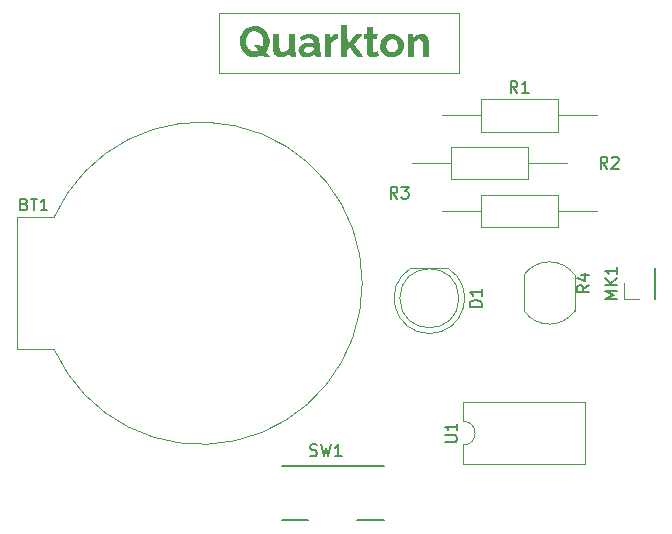
<source format=gbr>
%TF.GenerationSoftware,KiCad,Pcbnew,7.0.9*%
%TF.CreationDate,2025-05-13T13:00:26+05:30*%
%TF.ProjectId,Kicad Tutorial,4b696361-6420-4547-9574-6f7269616c2e,1*%
%TF.SameCoordinates,Original*%
%TF.FileFunction,Legend,Top*%
%TF.FilePolarity,Positive*%
%FSLAX46Y46*%
G04 Gerber Fmt 4.6, Leading zero omitted, Abs format (unit mm)*
G04 Created by KiCad (PCBNEW 7.0.9) date 2025-05-13 13:00:26*
%MOMM*%
%LPD*%
G01*
G04 APERTURE LIST*
%ADD10C,0.100000*%
%ADD11C,0.150000*%
%ADD12C,0.120000*%
G04 APERTURE END LIST*
D10*
X142240000Y-78740000D02*
X162560000Y-78740000D01*
X162560000Y-83820000D01*
X142240000Y-83820000D01*
X142240000Y-78740000D01*
D11*
X175093333Y-91894819D02*
X174760000Y-91418628D01*
X174521905Y-91894819D02*
X174521905Y-90894819D01*
X174521905Y-90894819D02*
X174902857Y-90894819D01*
X174902857Y-90894819D02*
X174998095Y-90942438D01*
X174998095Y-90942438D02*
X175045714Y-90990057D01*
X175045714Y-90990057D02*
X175093333Y-91085295D01*
X175093333Y-91085295D02*
X175093333Y-91228152D01*
X175093333Y-91228152D02*
X175045714Y-91323390D01*
X175045714Y-91323390D02*
X174998095Y-91371009D01*
X174998095Y-91371009D02*
X174902857Y-91418628D01*
X174902857Y-91418628D02*
X174521905Y-91418628D01*
X175474286Y-90990057D02*
X175521905Y-90942438D01*
X175521905Y-90942438D02*
X175617143Y-90894819D01*
X175617143Y-90894819D02*
X175855238Y-90894819D01*
X175855238Y-90894819D02*
X175950476Y-90942438D01*
X175950476Y-90942438D02*
X175998095Y-90990057D01*
X175998095Y-90990057D02*
X176045714Y-91085295D01*
X176045714Y-91085295D02*
X176045714Y-91180533D01*
X176045714Y-91180533D02*
X175998095Y-91323390D01*
X175998095Y-91323390D02*
X175426667Y-91894819D01*
X175426667Y-91894819D02*
X176045714Y-91894819D01*
X157313333Y-94434819D02*
X156980000Y-93958628D01*
X156741905Y-94434819D02*
X156741905Y-93434819D01*
X156741905Y-93434819D02*
X157122857Y-93434819D01*
X157122857Y-93434819D02*
X157218095Y-93482438D01*
X157218095Y-93482438D02*
X157265714Y-93530057D01*
X157265714Y-93530057D02*
X157313333Y-93625295D01*
X157313333Y-93625295D02*
X157313333Y-93768152D01*
X157313333Y-93768152D02*
X157265714Y-93863390D01*
X157265714Y-93863390D02*
X157218095Y-93911009D01*
X157218095Y-93911009D02*
X157122857Y-93958628D01*
X157122857Y-93958628D02*
X156741905Y-93958628D01*
X157646667Y-93434819D02*
X158265714Y-93434819D01*
X158265714Y-93434819D02*
X157932381Y-93815771D01*
X157932381Y-93815771D02*
X158075238Y-93815771D01*
X158075238Y-93815771D02*
X158170476Y-93863390D01*
X158170476Y-93863390D02*
X158218095Y-93911009D01*
X158218095Y-93911009D02*
X158265714Y-94006247D01*
X158265714Y-94006247D02*
X158265714Y-94244342D01*
X158265714Y-94244342D02*
X158218095Y-94339580D01*
X158218095Y-94339580D02*
X158170476Y-94387200D01*
X158170476Y-94387200D02*
X158075238Y-94434819D01*
X158075238Y-94434819D02*
X157789524Y-94434819D01*
X157789524Y-94434819D02*
X157694286Y-94387200D01*
X157694286Y-94387200D02*
X157646667Y-94339580D01*
X175924819Y-102909523D02*
X174924819Y-102909523D01*
X174924819Y-102909523D02*
X175639104Y-102576190D01*
X175639104Y-102576190D02*
X174924819Y-102242857D01*
X174924819Y-102242857D02*
X175924819Y-102242857D01*
X175924819Y-101766666D02*
X174924819Y-101766666D01*
X175924819Y-101195238D02*
X175353390Y-101623809D01*
X174924819Y-101195238D02*
X175496247Y-101766666D01*
X175924819Y-100242857D02*
X175924819Y-100814285D01*
X175924819Y-100528571D02*
X174924819Y-100528571D01*
X174924819Y-100528571D02*
X175067676Y-100623809D01*
X175067676Y-100623809D02*
X175162914Y-100719047D01*
X175162914Y-100719047D02*
X175210533Y-100814285D01*
X167473333Y-85474819D02*
X167140000Y-84998628D01*
X166901905Y-85474819D02*
X166901905Y-84474819D01*
X166901905Y-84474819D02*
X167282857Y-84474819D01*
X167282857Y-84474819D02*
X167378095Y-84522438D01*
X167378095Y-84522438D02*
X167425714Y-84570057D01*
X167425714Y-84570057D02*
X167473333Y-84665295D01*
X167473333Y-84665295D02*
X167473333Y-84808152D01*
X167473333Y-84808152D02*
X167425714Y-84903390D01*
X167425714Y-84903390D02*
X167378095Y-84951009D01*
X167378095Y-84951009D02*
X167282857Y-84998628D01*
X167282857Y-84998628D02*
X166901905Y-84998628D01*
X168425714Y-85474819D02*
X167854286Y-85474819D01*
X168140000Y-85474819D02*
X168140000Y-84474819D01*
X168140000Y-84474819D02*
X168044762Y-84617676D01*
X168044762Y-84617676D02*
X167949524Y-84712914D01*
X167949524Y-84712914D02*
X167854286Y-84760533D01*
X125725199Y-94911009D02*
X125868056Y-94958628D01*
X125868056Y-94958628D02*
X125915675Y-95006247D01*
X125915675Y-95006247D02*
X125963294Y-95101485D01*
X125963294Y-95101485D02*
X125963294Y-95244342D01*
X125963294Y-95244342D02*
X125915675Y-95339580D01*
X125915675Y-95339580D02*
X125868056Y-95387200D01*
X125868056Y-95387200D02*
X125772818Y-95434819D01*
X125772818Y-95434819D02*
X125391866Y-95434819D01*
X125391866Y-95434819D02*
X125391866Y-94434819D01*
X125391866Y-94434819D02*
X125725199Y-94434819D01*
X125725199Y-94434819D02*
X125820437Y-94482438D01*
X125820437Y-94482438D02*
X125868056Y-94530057D01*
X125868056Y-94530057D02*
X125915675Y-94625295D01*
X125915675Y-94625295D02*
X125915675Y-94720533D01*
X125915675Y-94720533D02*
X125868056Y-94815771D01*
X125868056Y-94815771D02*
X125820437Y-94863390D01*
X125820437Y-94863390D02*
X125725199Y-94911009D01*
X125725199Y-94911009D02*
X125391866Y-94911009D01*
X126249009Y-94434819D02*
X126820437Y-94434819D01*
X126534723Y-95434819D02*
X126534723Y-94434819D01*
X127677580Y-95434819D02*
X127106152Y-95434819D01*
X127391866Y-95434819D02*
X127391866Y-94434819D01*
X127391866Y-94434819D02*
X127296628Y-94577676D01*
X127296628Y-94577676D02*
X127201390Y-94672914D01*
X127201390Y-94672914D02*
X127106152Y-94720533D01*
X149926667Y-116187200D02*
X150069524Y-116234819D01*
X150069524Y-116234819D02*
X150307619Y-116234819D01*
X150307619Y-116234819D02*
X150402857Y-116187200D01*
X150402857Y-116187200D02*
X150450476Y-116139580D01*
X150450476Y-116139580D02*
X150498095Y-116044342D01*
X150498095Y-116044342D02*
X150498095Y-115949104D01*
X150498095Y-115949104D02*
X150450476Y-115853866D01*
X150450476Y-115853866D02*
X150402857Y-115806247D01*
X150402857Y-115806247D02*
X150307619Y-115758628D01*
X150307619Y-115758628D02*
X150117143Y-115711009D01*
X150117143Y-115711009D02*
X150021905Y-115663390D01*
X150021905Y-115663390D02*
X149974286Y-115615771D01*
X149974286Y-115615771D02*
X149926667Y-115520533D01*
X149926667Y-115520533D02*
X149926667Y-115425295D01*
X149926667Y-115425295D02*
X149974286Y-115330057D01*
X149974286Y-115330057D02*
X150021905Y-115282438D01*
X150021905Y-115282438D02*
X150117143Y-115234819D01*
X150117143Y-115234819D02*
X150355238Y-115234819D01*
X150355238Y-115234819D02*
X150498095Y-115282438D01*
X150831429Y-115234819D02*
X151069524Y-116234819D01*
X151069524Y-116234819D02*
X151260000Y-115520533D01*
X151260000Y-115520533D02*
X151450476Y-116234819D01*
X151450476Y-116234819D02*
X151688572Y-115234819D01*
X152593333Y-116234819D02*
X152021905Y-116234819D01*
X152307619Y-116234819D02*
X152307619Y-115234819D01*
X152307619Y-115234819D02*
X152212381Y-115377676D01*
X152212381Y-115377676D02*
X152117143Y-115472914D01*
X152117143Y-115472914D02*
X152021905Y-115520533D01*
X164434819Y-103608094D02*
X163434819Y-103608094D01*
X163434819Y-103608094D02*
X163434819Y-103369999D01*
X163434819Y-103369999D02*
X163482438Y-103227142D01*
X163482438Y-103227142D02*
X163577676Y-103131904D01*
X163577676Y-103131904D02*
X163672914Y-103084285D01*
X163672914Y-103084285D02*
X163863390Y-103036666D01*
X163863390Y-103036666D02*
X164006247Y-103036666D01*
X164006247Y-103036666D02*
X164196723Y-103084285D01*
X164196723Y-103084285D02*
X164291961Y-103131904D01*
X164291961Y-103131904D02*
X164387200Y-103227142D01*
X164387200Y-103227142D02*
X164434819Y-103369999D01*
X164434819Y-103369999D02*
X164434819Y-103608094D01*
X164434819Y-102084285D02*
X164434819Y-102655713D01*
X164434819Y-102369999D02*
X163434819Y-102369999D01*
X163434819Y-102369999D02*
X163577676Y-102465237D01*
X163577676Y-102465237D02*
X163672914Y-102560475D01*
X163672914Y-102560475D02*
X163720533Y-102655713D01*
X173534819Y-101766666D02*
X173058628Y-102099999D01*
X173534819Y-102338094D02*
X172534819Y-102338094D01*
X172534819Y-102338094D02*
X172534819Y-101957142D01*
X172534819Y-101957142D02*
X172582438Y-101861904D01*
X172582438Y-101861904D02*
X172630057Y-101814285D01*
X172630057Y-101814285D02*
X172725295Y-101766666D01*
X172725295Y-101766666D02*
X172868152Y-101766666D01*
X172868152Y-101766666D02*
X172963390Y-101814285D01*
X172963390Y-101814285D02*
X173011009Y-101861904D01*
X173011009Y-101861904D02*
X173058628Y-101957142D01*
X173058628Y-101957142D02*
X173058628Y-102338094D01*
X172868152Y-100909523D02*
X173534819Y-100909523D01*
X172487200Y-101147618D02*
X173201485Y-101385713D01*
X173201485Y-101385713D02*
X173201485Y-100766666D01*
X161345733Y-115051904D02*
X162155256Y-115051904D01*
X162155256Y-115051904D02*
X162250494Y-115004285D01*
X162250494Y-115004285D02*
X162298114Y-114956666D01*
X162298114Y-114956666D02*
X162345733Y-114861428D01*
X162345733Y-114861428D02*
X162345733Y-114670952D01*
X162345733Y-114670952D02*
X162298114Y-114575714D01*
X162298114Y-114575714D02*
X162250494Y-114528095D01*
X162250494Y-114528095D02*
X162155256Y-114480476D01*
X162155256Y-114480476D02*
X161345733Y-114480476D01*
X162345733Y-113480476D02*
X162345733Y-114051904D01*
X162345733Y-113766190D02*
X161345733Y-113766190D01*
X161345733Y-113766190D02*
X161488590Y-113861428D01*
X161488590Y-113861428D02*
X161583828Y-113956666D01*
X161583828Y-113956666D02*
X161631447Y-114051904D01*
%TO.C,*%
G36*
X147305444Y-81084728D02*
G01*
X147306631Y-81306295D01*
X147310718Y-81485055D01*
X147318494Y-81626676D01*
X147330749Y-81736824D01*
X147348271Y-81821166D01*
X147371852Y-81885369D01*
X147402278Y-81935101D01*
X147427945Y-81964209D01*
X147513433Y-82017681D01*
X147618693Y-82034716D01*
X147734314Y-82017643D01*
X147850886Y-81968788D01*
X147958998Y-81890478D01*
X148027173Y-81816047D01*
X148106017Y-81712905D01*
X148106017Y-81120426D01*
X148106017Y-80527947D01*
X148360745Y-80527947D01*
X148615473Y-80527947D01*
X148615473Y-81243051D01*
X148615473Y-81958156D01*
X148676122Y-81997895D01*
X148706720Y-82021767D01*
X148724847Y-82051880D01*
X148733728Y-82100497D01*
X148736589Y-82179880D01*
X148736772Y-82228460D01*
X148735933Y-82324112D01*
X148731267Y-82382071D01*
X148719543Y-82413159D01*
X148697533Y-82428197D01*
X148675238Y-82434730D01*
X148617669Y-82441398D01*
X148533162Y-82442511D01*
X148465424Y-82439448D01*
X148377244Y-82429877D01*
X148319508Y-82412113D01*
X148274147Y-82378830D01*
X148247970Y-82351304D01*
X148192750Y-82265775D01*
X148178796Y-82188515D01*
X148178796Y-82103145D01*
X148103633Y-82188751D01*
X148043997Y-82242053D01*
X147957590Y-82301983D01*
X147862309Y-82356224D01*
X147854970Y-82359885D01*
X147745086Y-82409160D01*
X147649010Y-82437891D01*
X147540937Y-82452865D01*
X147487392Y-82456592D01*
X147386977Y-82459476D01*
X147298541Y-82456897D01*
X147238793Y-82449441D01*
X147232508Y-82447670D01*
X147084381Y-82380121D01*
X146970629Y-82283814D01*
X146884285Y-82151989D01*
X146852370Y-82078907D01*
X146840002Y-82040585D01*
X146830026Y-81992465D01*
X146822088Y-81928761D01*
X146815832Y-81843685D01*
X146810904Y-81731449D01*
X146806948Y-81586266D01*
X146803609Y-81402348D01*
X146801477Y-81249675D01*
X146792193Y-80527947D01*
X147048819Y-80527947D01*
X147305444Y-80527947D01*
X147305444Y-81084728D01*
G37*
G36*
X150062807Y-80508811D02*
G01*
X150244196Y-80551577D01*
X150301919Y-80574140D01*
X150444133Y-80660311D01*
X150565888Y-80779044D01*
X150653556Y-80916935D01*
X150656031Y-80922371D01*
X150676368Y-80971579D01*
X150691658Y-81021454D01*
X150702901Y-81080446D01*
X150711097Y-81157007D01*
X150717248Y-81259587D01*
X150722353Y-81396636D01*
X150725646Y-81510468D01*
X150730214Y-81670668D01*
X150734551Y-81789126D01*
X150739594Y-81872608D01*
X150746281Y-81927878D01*
X150755548Y-81961700D01*
X150768332Y-81980839D01*
X150785568Y-81992060D01*
X150792789Y-81995352D01*
X150819894Y-82011241D01*
X150836179Y-82036943D01*
X150844358Y-82083496D01*
X150847149Y-82161940D01*
X150847373Y-82217159D01*
X150845909Y-82323060D01*
X150835767Y-82389585D01*
X150808325Y-82425881D01*
X150754959Y-82441090D01*
X150667046Y-82444360D01*
X150633116Y-82444379D01*
X150494961Y-82427756D01*
X150391940Y-82378273D01*
X150324547Y-82296204D01*
X150311740Y-82266352D01*
X150281205Y-82181910D01*
X150194328Y-82251369D01*
X150057232Y-82339560D01*
X149898973Y-82406764D01*
X149733126Y-82449524D01*
X149573264Y-82464379D01*
X149432962Y-82447873D01*
X149428176Y-82446575D01*
X149310827Y-82407657D01*
X149219777Y-82359934D01*
X149138324Y-82296768D01*
X149029659Y-82173126D01*
X148963486Y-82035762D01*
X148938381Y-81891581D01*
X148943505Y-81840799D01*
X149428642Y-81840799D01*
X149441612Y-81902583D01*
X149493174Y-81987134D01*
X149577882Y-82046526D01*
X149686321Y-82078900D01*
X149809079Y-82082394D01*
X149936742Y-82055151D01*
X150022856Y-82017411D01*
X150131432Y-81937908D01*
X150194810Y-81841618D01*
X150213767Y-81727264D01*
X150212566Y-81705186D01*
X150203012Y-81642224D01*
X150178502Y-81607960D01*
X150124362Y-81584875D01*
X150107450Y-81579687D01*
X150029024Y-81563501D01*
X149928036Y-81552146D01*
X149854316Y-81548722D01*
X149705968Y-81561433D01*
X149584747Y-81600837D01*
X149495132Y-81663094D01*
X149441604Y-81744361D01*
X149428642Y-81840799D01*
X148943505Y-81840799D01*
X148952919Y-81747487D01*
X149005675Y-81610384D01*
X149095224Y-81487174D01*
X149220140Y-81384763D01*
X149338977Y-81324643D01*
X149412076Y-81299202D01*
X149486303Y-81282763D01*
X149575471Y-81273481D01*
X149693394Y-81269511D01*
X149755683Y-81268980D01*
X149877324Y-81270212D01*
X149990185Y-81274410D01*
X150080050Y-81280873D01*
X150125645Y-81287164D01*
X150184711Y-81297564D01*
X150210321Y-81288424D01*
X150216452Y-81250424D01*
X150216581Y-81226515D01*
X150194273Y-81110998D01*
X150133648Y-81002842D01*
X150046800Y-80920644D01*
X149997758Y-80891704D01*
X149948250Y-80875490D01*
X149883252Y-80869386D01*
X149787737Y-80870773D01*
X149765533Y-80871641D01*
X149654868Y-80879227D01*
X149568542Y-80895223D01*
X149484067Y-80925559D01*
X149389506Y-80970797D01*
X149305225Y-81012661D01*
X149238194Y-81044347D01*
X149199541Y-81060652D01*
X149194956Y-81061771D01*
X149178306Y-81041448D01*
X149150295Y-80989899D01*
X149117298Y-80921060D01*
X149085691Y-80848864D01*
X149061852Y-80787247D01*
X149052155Y-80750145D01*
X149052149Y-80749665D01*
X149072878Y-80724790D01*
X149127396Y-80688484D01*
X149204198Y-80646712D01*
X149291782Y-80605443D01*
X149378642Y-80570643D01*
X149428176Y-80554624D01*
X149642868Y-80510068D01*
X149858388Y-80494886D01*
X150062807Y-80508811D01*
G37*
G36*
X155214136Y-80212569D02*
G01*
X155214136Y-80527947D01*
X155421364Y-80527947D01*
X155628593Y-80527947D01*
X155621508Y-80715960D01*
X155614422Y-80903973D01*
X155414279Y-80911020D01*
X155214136Y-80918066D01*
X155214136Y-81403383D01*
X155214279Y-81568295D01*
X155215220Y-81691725D01*
X155217730Y-81780711D01*
X155222576Y-81842290D01*
X155230529Y-81883501D01*
X155242357Y-81911380D01*
X155258830Y-81932966D01*
X155273682Y-81948247D01*
X155334620Y-81992121D01*
X155406143Y-82005303D01*
X155499930Y-81988747D01*
X155554507Y-81971145D01*
X155617310Y-81950569D01*
X155656856Y-81940622D01*
X155663104Y-81940820D01*
X155672668Y-81969105D01*
X155688613Y-82030055D01*
X155707509Y-82108817D01*
X155725926Y-82190539D01*
X155740433Y-82260369D01*
X155747600Y-82303454D01*
X155747851Y-82307735D01*
X155725231Y-82341289D01*
X155663919Y-82373793D01*
X155573738Y-82403433D01*
X155464508Y-82428399D01*
X155346052Y-82446879D01*
X155228191Y-82457061D01*
X155120747Y-82457134D01*
X155033543Y-82445287D01*
X155020944Y-82441807D01*
X154887885Y-82379263D01*
X154790117Y-82284343D01*
X154750905Y-82216402D01*
X154736657Y-82180495D01*
X154725709Y-82139015D01*
X154717630Y-82085355D01*
X154711989Y-82012903D01*
X154708355Y-81915050D01*
X154706294Y-81785185D01*
X154705377Y-81616699D01*
X154705213Y-81516533D01*
X154704680Y-80916103D01*
X154583381Y-80916103D01*
X154462082Y-80916103D01*
X154462082Y-80722025D01*
X154462082Y-80527947D01*
X154583381Y-80527947D01*
X154704680Y-80527947D01*
X154704680Y-80212569D01*
X154704680Y-79897192D01*
X154959408Y-79897192D01*
X155214136Y-79897192D01*
X155214136Y-80212569D01*
G37*
G36*
X157026495Y-80504916D02*
G01*
X157230567Y-80555753D01*
X157417949Y-80645805D01*
X157562387Y-80756134D01*
X157697148Y-80913705D01*
X157793270Y-81093307D01*
X157850628Y-81287523D01*
X157869093Y-81488935D01*
X157848538Y-81690128D01*
X157788837Y-81883684D01*
X157689863Y-82062187D01*
X157586870Y-82184648D01*
X157429859Y-82308572D01*
X157245391Y-82398359D01*
X157042538Y-82451806D01*
X156830373Y-82466710D01*
X156617966Y-82440867D01*
X156575222Y-82430338D01*
X156368369Y-82352032D01*
X156193768Y-82237846D01*
X156052863Y-82089383D01*
X155947092Y-81908243D01*
X155877896Y-81696027D01*
X155867464Y-81643874D01*
X155855372Y-81465466D01*
X156376765Y-81465466D01*
X156389101Y-81604955D01*
X156430137Y-81736213D01*
X156497506Y-81851888D01*
X156588841Y-81944631D01*
X156701776Y-82007090D01*
X156833942Y-82031914D01*
X156845070Y-82032054D01*
X156934892Y-82024873D01*
X157019145Y-82006877D01*
X157041936Y-81998821D01*
X157128235Y-81943200D01*
X157212993Y-81855885D01*
X157283452Y-81752387D01*
X157325198Y-81654382D01*
X157341810Y-81555358D01*
X157344418Y-81444495D01*
X157342269Y-81415895D01*
X157307000Y-81257831D01*
X157240670Y-81126709D01*
X157149666Y-81025259D01*
X157040372Y-80956211D01*
X156919175Y-80922295D01*
X156792460Y-80926239D01*
X156666613Y-80970773D01*
X156548019Y-81058627D01*
X156535630Y-81071115D01*
X156447663Y-81191195D01*
X156395497Y-81325095D01*
X156376765Y-81465466D01*
X155855372Y-81465466D01*
X155853525Y-81438213D01*
X155882569Y-81236439D01*
X155950900Y-81045939D01*
X156054822Y-80874097D01*
X156190640Y-80728301D01*
X156354658Y-80615937D01*
X156390735Y-80598025D01*
X156598920Y-80525018D01*
X156813393Y-80494326D01*
X157026495Y-80504916D01*
G37*
G36*
X145480310Y-79821959D02*
G01*
X145698916Y-79888011D01*
X145901417Y-79999258D01*
X146090048Y-80156648D01*
X146095211Y-80161787D01*
X146258411Y-80356957D01*
X146380598Y-80571600D01*
X146461255Y-80800018D01*
X146499870Y-81036517D01*
X146495927Y-81275399D01*
X146448913Y-81510969D01*
X146358311Y-81737530D01*
X146253096Y-81909869D01*
X146171482Y-82023469D01*
X146342835Y-82215775D01*
X146514189Y-82408080D01*
X146275107Y-82415072D01*
X146165470Y-82417781D01*
X146092494Y-82416485D01*
X146044339Y-82408620D01*
X146009169Y-82391623D01*
X145975144Y-82362930D01*
X145957955Y-82346393D01*
X145879884Y-82270723D01*
X145780701Y-82321323D01*
X145602157Y-82390048D01*
X145399096Y-82431069D01*
X145187891Y-82442800D01*
X144984915Y-82423654D01*
X144906263Y-82406079D01*
X144688410Y-82322872D01*
X144491121Y-82197360D01*
X144317369Y-82032453D01*
X144170124Y-81831061D01*
X144052357Y-81596098D01*
X144035367Y-81552718D01*
X143994989Y-81403509D01*
X143972763Y-81229431D01*
X143970608Y-81122036D01*
X144497521Y-81122036D01*
X144512486Y-81296423D01*
X144563865Y-81478503D01*
X144646879Y-81643976D01*
X144755475Y-81784821D01*
X144883601Y-81893016D01*
X145009790Y-81955568D01*
X145080824Y-81969104D01*
X145179095Y-81974674D01*
X145288217Y-81972867D01*
X145391808Y-81964273D01*
X145473482Y-81949481D01*
X145505397Y-81937743D01*
X145561225Y-81907717D01*
X145462674Y-81794002D01*
X145387644Y-81707250D01*
X145305537Y-81612055D01*
X145265093Y-81565053D01*
X145166064Y-81449819D01*
X145409944Y-81449819D01*
X145653823Y-81449819D01*
X145744662Y-81547999D01*
X145835502Y-81646179D01*
X145875806Y-81566194D01*
X145940698Y-81388478D01*
X145968841Y-81194807D01*
X145961493Y-80996158D01*
X145919912Y-80803509D01*
X145845356Y-80627837D01*
X145753102Y-80495588D01*
X145619727Y-80378977D01*
X145462421Y-80300569D01*
X145290276Y-80263015D01*
X145112382Y-80268969D01*
X145034819Y-80286003D01*
X144886723Y-80351621D01*
X144757104Y-80456287D01*
X144649668Y-80592831D01*
X144568121Y-80754083D01*
X144516170Y-80932875D01*
X144497521Y-81122036D01*
X143970608Y-81122036D01*
X143969126Y-81048173D01*
X143984517Y-80877423D01*
X144015361Y-80746285D01*
X144119724Y-80503683D01*
X144256089Y-80292383D01*
X144420905Y-80115120D01*
X144610625Y-79974628D01*
X144821698Y-79873643D01*
X145050575Y-79814898D01*
X145243362Y-79800153D01*
X145480310Y-79821959D01*
G37*
G36*
X152285803Y-80472579D02*
G01*
X152311827Y-80504440D01*
X152322781Y-80567175D01*
X152323421Y-80668274D01*
X152322159Y-80711947D01*
X152315091Y-80928233D01*
X152181662Y-80942597D01*
X152008856Y-80979963D01*
X151860804Y-81050119D01*
X151751051Y-81143369D01*
X151672206Y-81233169D01*
X151672206Y-81826690D01*
X151672206Y-82420210D01*
X151417478Y-82420210D01*
X151162751Y-82420210D01*
X151162751Y-81474079D01*
X151162751Y-80527947D01*
X151393219Y-80527947D01*
X151623687Y-80527947D01*
X151623687Y-80687590D01*
X151623687Y-80847234D01*
X151744973Y-80714528D01*
X151886980Y-80587018D01*
X152039425Y-80505256D01*
X152169532Y-80471523D01*
X152239956Y-80464103D01*
X152285803Y-80472579D01*
G37*
G36*
X153085007Y-80541188D02*
G01*
X153091404Y-81330743D01*
X153452486Y-80929345D01*
X153813568Y-80527947D01*
X154078381Y-80527947D01*
X154196365Y-80528974D01*
X154272581Y-80532650D01*
X154313749Y-80539868D01*
X154326591Y-80551517D01*
X154323794Y-80560514D01*
X154302279Y-80588145D01*
X154253807Y-80645874D01*
X154183667Y-80727549D01*
X154097146Y-80827015D01*
X153999536Y-80938119D01*
X153989016Y-80950030D01*
X153891545Y-81060936D01*
X153805576Y-81159870D01*
X153736143Y-81240949D01*
X153688279Y-81298288D01*
X153667017Y-81326005D01*
X153666482Y-81327090D01*
X153677979Y-81351486D01*
X153714028Y-81410099D01*
X153771086Y-81497587D01*
X153845613Y-81608608D01*
X153934065Y-81737821D01*
X154032900Y-81879884D01*
X154035580Y-81883706D01*
X154411836Y-82420210D01*
X154137284Y-82420210D01*
X153862733Y-82420210D01*
X153589372Y-82017657D01*
X153316012Y-81615103D01*
X153197643Y-81731692D01*
X153079274Y-81848281D01*
X153079274Y-82134246D01*
X153079274Y-82420210D01*
X152824546Y-82420210D01*
X152569818Y-82420210D01*
X152569818Y-81085922D01*
X152569818Y-79751633D01*
X152824215Y-79751633D01*
X153078611Y-79751633D01*
X153085007Y-80541188D01*
G37*
G36*
X159559204Y-80513524D02*
G01*
X159703370Y-80570041D01*
X159717694Y-80578548D01*
X159805378Y-80657823D01*
X159878958Y-80773776D01*
X159931794Y-80915141D01*
X159942386Y-80959752D01*
X159950271Y-81023196D01*
X159957063Y-81128561D01*
X159962542Y-81269259D01*
X159966487Y-81438699D01*
X159968676Y-81630292D01*
X159969054Y-81754260D01*
X159969054Y-82420210D01*
X159714327Y-82420210D01*
X159459599Y-82420210D01*
X159459020Y-81844040D01*
X159457921Y-81675646D01*
X159455156Y-81518209D01*
X159451006Y-81379974D01*
X159445752Y-81269186D01*
X159439675Y-81194091D01*
X159436048Y-81170831D01*
X159390632Y-81060592D01*
X159317576Y-80985723D01*
X159223298Y-80947032D01*
X159114214Y-80945330D01*
X158996742Y-80981426D01*
X158877297Y-81056131D01*
X158832839Y-81094703D01*
X158787307Y-81138970D01*
X158752100Y-81180077D01*
X158725891Y-81224825D01*
X158707353Y-81280012D01*
X158695160Y-81352440D01*
X158687984Y-81448907D01*
X158684499Y-81576214D01*
X158683376Y-81741160D01*
X158683286Y-81861030D01*
X158683286Y-82420210D01*
X158428558Y-82420210D01*
X158173830Y-82420210D01*
X158173830Y-81474079D01*
X158173830Y-80527947D01*
X158404298Y-80527947D01*
X158634766Y-80527947D01*
X158634766Y-80676595D01*
X158634766Y-80825244D01*
X158744670Y-80723938D01*
X158885278Y-80621320D01*
X159047473Y-80547411D01*
X159220817Y-80503768D01*
X159394874Y-80491953D01*
X159559204Y-80513524D01*
G37*
D12*
%TO.C,R2*%
X158520000Y-91440000D02*
X161830000Y-91440000D01*
X161830000Y-90070000D02*
X161830000Y-92810000D01*
X161830000Y-92810000D02*
X168370000Y-92810000D01*
X168370000Y-90070000D02*
X161830000Y-90070000D01*
X168370000Y-92810000D02*
X168370000Y-90070000D01*
X171680000Y-91440000D02*
X168370000Y-91440000D01*
%TO.C,R3*%
X161060000Y-95490000D02*
X164370000Y-95490000D01*
X164370000Y-94120000D02*
X164370000Y-96860000D01*
X164370000Y-96860000D02*
X170910000Y-96860000D01*
X170910000Y-94120000D02*
X164370000Y-94120000D01*
X170910000Y-96860000D02*
X170910000Y-94120000D01*
X174220000Y-95490000D02*
X170910000Y-95490000D01*
%TO.C,MK1*%
X176470000Y-102930000D02*
X176470000Y-101600000D01*
X177800000Y-102930000D02*
X176470000Y-102930000D01*
X179070000Y-102930000D02*
X179130000Y-102930000D01*
X179070000Y-102930000D02*
X179070000Y-100270000D01*
X179130000Y-102930000D02*
X179130000Y-100270000D01*
X179070000Y-100270000D02*
X179130000Y-100270000D01*
%TO.C,R1*%
X161060000Y-87390000D02*
X164370000Y-87390000D01*
X164370000Y-86020000D02*
X164370000Y-88760000D01*
X164370000Y-88760000D02*
X170910000Y-88760000D01*
X170910000Y-86020000D02*
X164370000Y-86020000D01*
X170910000Y-88760000D02*
X170910000Y-86020000D01*
X174220000Y-87390000D02*
X170910000Y-87390000D01*
%TO.C,BT1*%
X125080914Y-95990000D02*
X128255914Y-95990000D01*
X125080914Y-107210000D02*
X125080914Y-95990000D01*
X128255914Y-107210000D02*
X125080914Y-107210000D01*
X128255915Y-107210000D02*
G75*
G03*
X128255915Y-95990000I12434999J5610000D01*
G01*
D11*
%TO.C,SW1*%
X147560000Y-117080000D02*
X156160000Y-117080000D01*
X147560000Y-121680000D02*
X149760000Y-121680000D01*
X153860000Y-121680000D02*
X156160000Y-121680000D01*
D12*
%TO.C,D1*%
X161565000Y-100310000D02*
X158475000Y-100310000D01*
X160019538Y-105859999D02*
G75*
G03*
X161564830Y-100310001I462J2989999D01*
G01*
X158475170Y-100310000D02*
G75*
G03*
X160020462Y-105860000I1544830J-2560000D01*
G01*
X162520000Y-102870000D02*
G75*
G03*
X162520000Y-102870000I-2500000J0D01*
G01*
%TO.C,R4*%
X168061751Y-103984513D02*
G75*
G03*
X172330000Y-103940000I2118249J1544513D01*
G01*
X172345525Y-100911766D02*
G75*
G03*
X168030001Y-100890000I-2165525J-1528234D01*
G01*
X168030000Y-100890000D02*
X168030000Y-103940000D01*
X172330000Y-100890000D02*
X172330000Y-103940000D01*
%TO.C,U1*%
X162890914Y-116940000D02*
X173170914Y-116940000D01*
X173170914Y-116940000D02*
X173170914Y-111640000D01*
X162890914Y-115290000D02*
X162890914Y-116940000D01*
X162890914Y-111640000D02*
X162890914Y-113290000D01*
X173170914Y-111640000D02*
X162890914Y-111640000D01*
X162890914Y-115290000D02*
G75*
G03*
X162890914Y-113290000I0J1000000D01*
G01*
%TD*%
M02*

</source>
